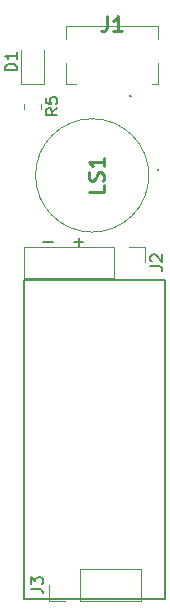
<source format=gbr>
%TF.GenerationSoftware,KiCad,Pcbnew,(6.0.2)*%
%TF.CreationDate,2022-03-28T11:20:26-04:00*%
%TF.ProjectId,Altimeter,416c7469-6d65-4746-9572-2e6b69636164,rev?*%
%TF.SameCoordinates,Original*%
%TF.FileFunction,Legend,Top*%
%TF.FilePolarity,Positive*%
%FSLAX46Y46*%
G04 Gerber Fmt 4.6, Leading zero omitted, Abs format (unit mm)*
G04 Created by KiCad (PCBNEW (6.0.2)) date 2022-03-28 11:20:26*
%MOMM*%
%LPD*%
G01*
G04 APERTURE LIST*
%ADD10C,0.150000*%
%ADD11C,0.254000*%
%ADD12C,0.100000*%
%ADD13C,0.200000*%
%ADD14C,0.120000*%
G04 APERTURE END LIST*
D10*
X32831000Y-46228000D02*
X44831000Y-46228000D01*
X44831000Y-46228000D02*
X44831000Y-73228000D01*
X44831000Y-73228000D02*
X32831000Y-73228000D01*
X32831000Y-73228000D02*
X32831000Y-46228000D01*
X37500000Y-42600000D02*
X37500000Y-43400000D01*
X34500000Y-43000000D02*
X35300000Y-43000000D01*
X37100000Y-43000000D02*
X37900000Y-43000000D01*
D11*
%TO.C,J1*%
X39901666Y-23871523D02*
X39901666Y-24778666D01*
X39841190Y-24960095D01*
X39720238Y-25081047D01*
X39538809Y-25141523D01*
X39417857Y-25141523D01*
X41171666Y-25141523D02*
X40445952Y-25141523D01*
X40808809Y-25141523D02*
X40808809Y-23871523D01*
X40687857Y-24052952D01*
X40566904Y-24173904D01*
X40445952Y-24234380D01*
D10*
%TO.C,J2*%
X43582380Y-45033333D02*
X44296666Y-45033333D01*
X44439523Y-45080952D01*
X44534761Y-45176190D01*
X44582380Y-45319047D01*
X44582380Y-45414285D01*
X43677619Y-44604761D02*
X43630000Y-44557142D01*
X43582380Y-44461904D01*
X43582380Y-44223809D01*
X43630000Y-44128571D01*
X43677619Y-44080952D01*
X43772857Y-44033333D01*
X43868095Y-44033333D01*
X44010952Y-44080952D01*
X44582380Y-44652380D01*
X44582380Y-44033333D01*
%TO.C,D1*%
X32259380Y-28438095D02*
X31259380Y-28438095D01*
X31259380Y-28200000D01*
X31307000Y-28057142D01*
X31402238Y-27961904D01*
X31497476Y-27914285D01*
X31687952Y-27866666D01*
X31830809Y-27866666D01*
X32021285Y-27914285D01*
X32116523Y-27961904D01*
X32211761Y-28057142D01*
X32259380Y-28200000D01*
X32259380Y-28438095D01*
X32259380Y-26914285D02*
X32259380Y-27485714D01*
X32259380Y-27200000D02*
X31259380Y-27200000D01*
X31402238Y-27295238D01*
X31497476Y-27390476D01*
X31545095Y-27485714D01*
%TO.C,R5*%
X35702380Y-31666666D02*
X35226190Y-32000000D01*
X35702380Y-32238095D02*
X34702380Y-32238095D01*
X34702380Y-31857142D01*
X34750000Y-31761904D01*
X34797619Y-31714285D01*
X34892857Y-31666666D01*
X35035714Y-31666666D01*
X35130952Y-31714285D01*
X35178571Y-31761904D01*
X35226190Y-31857142D01*
X35226190Y-32238095D01*
X34702380Y-30761904D02*
X34702380Y-31238095D01*
X35178571Y-31285714D01*
X35130952Y-31238095D01*
X35083333Y-31142857D01*
X35083333Y-30904761D01*
X35130952Y-30809523D01*
X35178571Y-30761904D01*
X35273809Y-30714285D01*
X35511904Y-30714285D01*
X35607142Y-30761904D01*
X35654761Y-30809523D01*
X35702380Y-30904761D01*
X35702380Y-31142857D01*
X35654761Y-31238095D01*
X35607142Y-31285714D01*
%TO.C,J3*%
X33459380Y-72342333D02*
X34173666Y-72342333D01*
X34316523Y-72389952D01*
X34411761Y-72485190D01*
X34459380Y-72628047D01*
X34459380Y-72723285D01*
X33459380Y-71961380D02*
X33459380Y-71342333D01*
X33840333Y-71675666D01*
X33840333Y-71532809D01*
X33887952Y-71437571D01*
X33935571Y-71389952D01*
X34030809Y-71342333D01*
X34268904Y-71342333D01*
X34364142Y-71389952D01*
X34411761Y-71437571D01*
X34459380Y-71532809D01*
X34459380Y-71818523D01*
X34411761Y-71913761D01*
X34364142Y-71961380D01*
D11*
%TO.C,LS1*%
X39622523Y-38154428D02*
X39622523Y-38759190D01*
X38352523Y-38759190D01*
X39562047Y-37791571D02*
X39622523Y-37610142D01*
X39622523Y-37307761D01*
X39562047Y-37186809D01*
X39501571Y-37126333D01*
X39380619Y-37065857D01*
X39259666Y-37065857D01*
X39138714Y-37126333D01*
X39078238Y-37186809D01*
X39017761Y-37307761D01*
X38957285Y-37549666D01*
X38896809Y-37670619D01*
X38836333Y-37731095D01*
X38715380Y-37791571D01*
X38594428Y-37791571D01*
X38473476Y-37731095D01*
X38413000Y-37670619D01*
X38352523Y-37549666D01*
X38352523Y-37247285D01*
X38413000Y-37065857D01*
X39622523Y-35856333D02*
X39622523Y-36582047D01*
X39622523Y-36219190D02*
X38352523Y-36219190D01*
X38533952Y-36340142D01*
X38654904Y-36461095D01*
X38715380Y-36582047D01*
D12*
%TO.C,J1*%
X36425000Y-24650000D02*
X36425000Y-25800000D01*
D13*
X41925000Y-30625000D02*
X41925000Y-30625000D01*
X41825000Y-30625000D02*
X41825000Y-30625000D01*
D12*
X44225000Y-25800000D02*
X44225000Y-24650000D01*
X44225000Y-29600000D02*
X44225000Y-27800000D01*
X43750000Y-29600000D02*
X44225000Y-29600000D01*
X37250000Y-29600000D02*
X36425000Y-29600000D01*
X36425000Y-29600000D02*
X36425000Y-27800000D01*
X44225000Y-24650000D02*
X36425000Y-24650000D01*
D13*
X41825000Y-30625000D02*
G75*
G03*
X41925000Y-30625000I50000J0D01*
G01*
X41925000Y-30625000D02*
G75*
G03*
X41825000Y-30625000I-50000J0D01*
G01*
D14*
%TO.C,J2*%
X40530000Y-43370000D02*
X40530000Y-46030000D01*
X32850000Y-43370000D02*
X32850000Y-46030000D01*
X41800000Y-43370000D02*
X43130000Y-43370000D01*
X40530000Y-46030000D02*
X32850000Y-46030000D01*
X43130000Y-43370000D02*
X43130000Y-44700000D01*
X40530000Y-43370000D02*
X32850000Y-43370000D01*
%TO.C,D1*%
X34560000Y-29560000D02*
X34560000Y-26700000D01*
X32640000Y-26700000D02*
X32640000Y-29560000D01*
X32640000Y-29560000D02*
X34560000Y-29560000D01*
%TO.C,R5*%
X32865000Y-31272936D02*
X32865000Y-31727064D01*
X34335000Y-31272936D02*
X34335000Y-31727064D01*
%TO.C,J3*%
X37607000Y-73339000D02*
X37607000Y-70679000D01*
X36337000Y-73339000D02*
X35007000Y-73339000D01*
X37607000Y-73339000D02*
X42747000Y-73339000D01*
X37607000Y-70679000D02*
X42747000Y-70679000D01*
X35007000Y-73339000D02*
X35007000Y-72009000D01*
X42747000Y-73339000D02*
X42747000Y-70679000D01*
D12*
%TO.C,LS1*%
X44248000Y-36838000D02*
X44248000Y-36838000D01*
X38648000Y-42138000D02*
X38648000Y-42138000D01*
X38648000Y-32538000D02*
X38648000Y-32538000D01*
X44148000Y-36838000D02*
X44148000Y-36838000D01*
X38648000Y-32538000D02*
G75*
G03*
X38648000Y-42138000I0J-4800000D01*
G01*
X38648000Y-42138000D02*
G75*
G03*
X38648000Y-32538000I0J4800000D01*
G01*
X44248000Y-36838000D02*
G75*
G03*
X44148000Y-36838000I-50000J0D01*
G01*
X44148000Y-36838000D02*
G75*
G03*
X44248000Y-36838000I50000J0D01*
G01*
%TD*%
M02*

</source>
